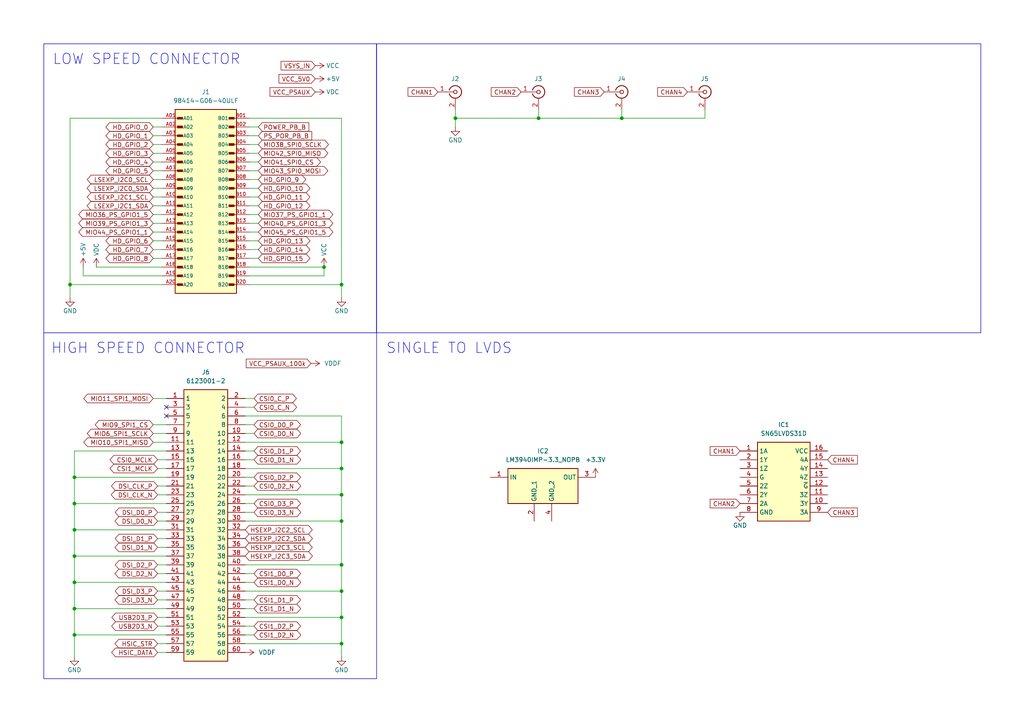
<source format=kicad_sch>
(kicad_sch (version 20230121) (generator eeschema)
  (paper "A4")
  (lib_symbols
    (symbol "6123001-2:6123001-2"
      (property "Reference" "J" (at 19.05 7.62 0))
      (property "Value" "6123001-2" (at 19.05 5.08 0))
      (symbol "6123001-2_1_1"
        (rectangle (start 5.08 2.54) (end 17.78 -76.2) (stroke (width 0.254)) (fill (type background)))
        (pin passive line (at 0 0 0) (length 5.08) (name "1") (number "1"))
        (pin passive line (at 22.86 -10.16 180) (length 5.08) (name "10") (number "10"))
        (pin passive line (at 0 -12.7 0) (length 5.08) (name "11") (number "11"))
        (pin passive line (at 22.86 -12.7 180) (length 5.08) (name "12") (number "12"))
        (pin passive line (at 0 -15.24 0) (length 5.08) (name "13") (number "13"))
        (pin passive line (at 22.86 -15.24 180) (length 5.08) (name "14") (number "14"))
        (pin passive line (at 0 -17.78 0) (length 5.08) (name "15") (number "15"))
        (pin passive line (at 22.86 -17.78 180) (length 5.08) (name "16") (number "16"))
        (pin passive line (at 0 -20.32 0) (length 5.08) (name "17") (number "17"))
        (pin passive line (at 22.86 -20.32 180) (length 5.08) (name "18") (number "18"))
        (pin passive line (at 0 -22.86 0) (length 5.08) (name "19") (number "19"))
        (pin passive line (at 22.86 0 180) (length 5.08) (name "2") (number "2"))
        (pin passive line (at 22.86 -22.86 180) (length 5.08) (name "20") (number "20"))
        (pin passive line (at 0 -25.4 0) (length 5.08) (name "21") (number "21"))
        (pin passive line (at 22.86 -25.4 180) (length 5.08) (name "22") (number "22"))
        (pin passive line (at 0 -27.94 0) (length 5.08) (name "23") (number "23"))
        (pin passive line (at 22.86 -27.94 180) (length 5.08) (name "24") (number "24"))
        (pin passive line (at 0 -30.48 0) (length 5.08) (name "25") (number "25"))
        (pin passive line (at 22.86 -30.48 180) (length 5.08) (name "26") (number "26"))
        (pin passive line (at 0 -33.02 0) (length 5.08) (name "27") (number "27"))
        (pin passive line (at 22.86 -33.02 180) (length 5.08) (name "28") (number "28"))
        (pin passive line (at 0 -35.56 0) (length 5.08) (name "29") (number "29"))
        (pin passive line (at 0 -2.54 0) (length 5.08) (name "3") (number "3"))
        (pin passive line (at 22.86 -35.56 180) (length 5.08) (name "30") (number "30"))
        (pin passive line (at 0 -38.1 0) (length 5.08) (name "31") (number "31"))
        (pin passive line (at 22.86 -38.1 180) (length 5.08) (name "32") (number "32"))
        (pin passive line (at 0 -40.64 0) (length 5.08) (name "33") (number "33"))
        (pin passive line (at 22.86 -40.64 180) (length 5.08) (name "34") (number "34"))
        (pin passive line (at 0 -43.18 0) (length 5.08) (name "35") (number "35"))
        (pin passive line (at 22.86 -43.18 180) (length 5.08) (name "36") (number "36"))
        (pin passive line (at 0 -45.72 0) (length 5.08) (name "37") (number "37"))
        (pin passive line (at 22.86 -45.72 180) (length 5.08) (name "38") (number "38"))
        (pin passive line (at 0 -48.26 0) (length 5.08) (name "39") (number "39"))
        (pin passive line (at 22.86 -2.54 180) (length 5.08) (name "4") (number "4"))
        (pin passive line (at 22.86 -48.26 180) (length 5.08) (name "40") (number "40"))
        (pin passive line (at 0 -50.8 0) (length 5.08) (name "41") (number "41"))
        (pin passive line (at 22.86 -50.8 180) (length 5.08) (name "42") (number "42"))
        (pin passive line (at 0 -53.34 0) (length 5.08) (name "43") (number "43"))
        (pin passive line (at 22.86 -53.34 180) (length 5.08) (name "44") (number "44"))
        (pin passive line (at 0 -55.88 0) (length 5.08) (name "45") (number "45"))
        (pin passive line (at 22.86 -55.88 180) (length 5.08) (name "46") (number "46"))
        (pin passive line (at 0 -58.42 0) (length 5.08) (name "47") (number "47"))
        (pin passive line (at 22.86 -58.42 180) (length 5.08) (name "48") (number "48"))
        (pin passive line (at 0 -60.96 0) (length 5.08) (name "49") (number "49"))
        (pin passive line (at 0 -5.08 0) (length 5.08) (name "5") (number "5"))
        (pin passive line (at 22.86 -60.96 180) (length 5.08) (name "50") (number "50"))
        (pin passive line (at 0 -63.5 0) (length 5.08) (name "51") (number "51"))
        (pin passive line (at 22.86 -63.5 180) (length 5.08) (name "52") (number "52"))
        (pin passive line (at 0 -66.04 0) (length 5.08) (name "53") (number "53"))
        (pin passive line (at 22.86 -66.04 180) (length 5.08) (name "54") (number "54"))
        (pin passive line (at 0 -68.58 0) (length 5.08) (name "55") (number "55"))
        (pin passive line (at 22.86 -68.58 180) (length 5.08) (name "56") (number "56"))
        (pin passive line (at 0 -71.12 0) (length 5.08) (name "57") (number "57"))
        (pin passive line (at 22.86 -71.12 180) (length 5.08) (name "58") (number "58"))
        (pin passive line (at 0 -73.66 0) (length 5.08) (name "59") (number "59"))
        (pin passive line (at 22.86 -5.08 180) (length 5.08) (name "6") (number "6"))
        (pin passive line (at 22.86 -73.66 180) (length 5.08) (name "60") (number "60"))
        (pin passive line (at 0 -7.62 0) (length 5.08) (name "7") (number "7"))
        (pin passive line (at 22.86 -7.62 180) (length 5.08) (name "8") (number "8"))
        (pin passive line (at 0 -10.16 0) (length 5.08) (name "9") (number "9"))
      )
    )
    (symbol "98414-G06-40ULF:98414-G06-40ULF" (pin_names (offset 1.016))
      (property "Reference" "J" (at -7.62 25.781 0))
      (property "Value" "98414-G06-40ULF" (at -7.62 -30.48 0))
      (symbol "98414-G06-40ULF_0_0"
        (rectangle (start -8.89 -27.94) (end 8.89 25.4) (stroke (width 0.254)) (fill (type background)))
        (rectangle (start -8.255 -25.7175) (end -6.6675 -25.0825) (stroke (width 0.1)) (fill (type outline)))
        (rectangle (start -8.255 -23.1775) (end -6.6675 -22.5425) (stroke (width 0.1)) (fill (type outline)))
        (rectangle (start -8.255 -20.6375) (end -6.6675 -20.0025) (stroke (width 0.1)) (fill (type outline)))
        (rectangle (start -8.255 -18.0975) (end -6.6675 -17.4625) (stroke (width 0.1)) (fill (type outline)))
        (rectangle (start -8.255 -15.5575) (end -6.6675 -14.9225) (stroke (width 0.1)) (fill (type outline)))
        (rectangle (start -8.255 -13.0175) (end -6.6675 -12.3825) (stroke (width 0.1)) (fill (type outline)))
        (rectangle (start -8.255 -10.4775) (end -6.6675 -9.8425) (stroke (width 0.1)) (fill (type outline)))
        (rectangle (start -8.255 -7.9375) (end -6.6675 -7.3025) (stroke (width 0.1)) (fill (type outline)))
        (rectangle (start -8.255 -5.3975) (end -6.6675 -4.7625) (stroke (width 0.1)) (fill (type outline)))
        (rectangle (start -8.255 -2.8575) (end -6.6675 -2.2225) (stroke (width 0.1)) (fill (type outline)))
        (rectangle (start -8.255 -0.3175) (end -6.6675 0.3175) (stroke (width 0.1)) (fill (type outline)))
        (rectangle (start -8.255 2.2225) (end -6.6675 2.8575) (stroke (width 0.1)) (fill (type outline)))
        (rectangle (start -8.255 4.7625) (end -6.6675 5.3975) (stroke (width 0.1)) (fill (type outline)))
        (rectangle (start -8.255 7.3025) (end -6.6675 7.9375) (stroke (width 0.1)) (fill (type outline)))
        (rectangle (start -8.255 9.8425) (end -6.6675 10.4775) (stroke (width 0.1)) (fill (type outline)))
        (rectangle (start -8.255 12.3825) (end -6.6675 13.0175) (stroke (width 0.1)) (fill (type outline)))
        (rectangle (start -8.255 14.9225) (end -6.6675 15.5575) (stroke (width 0.1)) (fill (type outline)))
        (rectangle (start -8.255 17.4625) (end -6.6675 18.0975) (stroke (width 0.1)) (fill (type outline)))
        (rectangle (start -8.255 20.0025) (end -6.6675 20.6375) (stroke (width 0.1)) (fill (type outline)))
        (rectangle (start -8.255 22.5425) (end -6.6675 23.1775) (stroke (width 0.1)) (fill (type outline)))
        (rectangle (start 6.6675 -25.7175) (end 8.255 -25.0825) (stroke (width 0.1)) (fill (type outline)))
        (rectangle (start 6.6675 -23.1775) (end 8.255 -22.5425) (stroke (width 0.1)) (fill (type outline)))
        (rectangle (start 6.6675 -20.6375) (end 8.255 -20.0025) (stroke (width 0.1)) (fill (type outline)))
        (rectangle (start 6.6675 -18.0975) (end 8.255 -17.4625) (stroke (width 0.1)) (fill (type outline)))
        (rectangle (start 6.6675 -15.5575) (end 8.255 -14.9225) (stroke (width 0.1)) (fill (type outline)))
        (rectangle (start 6.6675 -13.0175) (end 8.255 -12.3825) (stroke (width 0.1)) (fill (type outline)))
        (rectangle (start 6.6675 -10.4775) (end 8.255 -9.8425) (stroke (width 0.1)) (fill (type outline)))
        (rectangle (start 6.6675 -7.9375) (end 8.255 -7.3025) (stroke (width 0.1)) (fill (type outline)))
        (rectangle (start 6.6675 -5.3975) (end 8.255 -4.7625) (stroke (width 0.1)) (fill (type outline)))
        (rectangle (start 6.6675 -2.8575) (end 8.255 -2.2225) (stroke (width 0.1)) (fill (type outline)))
        (rectangle (start 6.6675 -0.3175) (end 8.255 0.3175) (stroke (width 0.1)) (fill (type outline)))
        (rectangle (start 6.6675 2.2225) (end 8.255 2.8575) (stroke (width 0.1)) (fill (type outline)))
        (rectangle (start 6.6675 4.7625) (end 8.255 5.3975) (stroke (width 0.1)) (fill (type outline)))
        (rectangle (start 6.6675 7.3025) (end 8.255 7.9375) (stroke (width 0.1)) (fill (type outline)))
        (rectangle (start 6.6675 9.8425) (end 8.255 10.4775) (stroke (width 0.1)) (fill (type outline)))
        (rectangle (start 6.6675 12.3825) (end 8.255 13.0175) (stroke (width 0.1)) (fill (type outline)))
        (rectangle (start 6.6675 14.9225) (end 8.255 15.5575) (stroke (width 0.1)) (fill (type outline)))
        (rectangle (start 6.6675 17.4625) (end 8.255 18.0975) (stroke (width 0.1)) (fill (type outline)))
        (rectangle (start 6.6675 20.0025) (end 8.255 20.6375) (stroke (width 0.1)) (fill (type outline)))
        (rectangle (start 6.6675 22.5425) (end 8.255 23.1775) (stroke (width 0.1)) (fill (type outline)))
        (pin passive line (at -12.7 22.86 0) (length 5.08) (name "A01") (number "A01"))
        (pin passive line (at -12.7 20.32 0) (length 5.08) (name "A02") (number "A02"))
        (pin passive line (at -12.7 17.78 0) (length 5.08) (name "A03") (number "A03"))
        (pin passive line (at -12.7 15.24 0) (length 5.08) (name "A04") (number "A04"))
        (pin passive line (at -12.7 12.7 0) (length 5.08) (name "A05") (number "A05"))
        (pin passive line (at -12.7 10.16 0) (length 5.08) (name "A06") (number "A06"))
        (pin passive line (at -12.7 7.62 0) (length 5.08) (name "A07") (number "A07"))
        (pin passive line (at -12.7 5.08 0) (length 5.08) (name "A08") (number "A08"))
        (pin passive line (at -12.7 2.54 0) (length 5.08) (name "A09") (number "A09"))
        (pin passive line (at -12.7 0 0) (length 5.08) (name "A10") (number "A10"))
        (pin passive line (at -12.7 -2.54 0) (length 5.08) (name "A11") (number "A11"))
        (pin passive line (at -12.7 -5.08 0) (length 5.08) (name "A12") (number "A12"))
        (pin passive line (at -12.7 -7.62 0) (length 5.08) (name "A13") (number "A13"))
        (pin passive line (at -12.7 -10.16 0) (length 5.08) (name "A14") (number "A14"))
        (pin passive line (at -12.7 -12.7 0) (length 5.08) (name "A15") (number "A15"))
        (pin passive line (at -12.7 -15.24 0) (length 5.08) (name "A16") (number "A16"))
        (pin passive line (at -12.7 -17.78 0) (length 5.08) (name "A17") (number "A17"))
        (pin passive line (at -12.7 -20.32 0) (length 5.08) (name "A18") (number "A18"))
        (pin passive line (at -12.7 -22.86 0) (length 5.08) (name "A19") (number "A19"))
        (pin passive line (at -12.7 -25.4 0) (length 5.08) (name "A20") (number "A20"))
        (pin passive line (at 12.7 22.86 180) (length 5.08) (name "B01") (number "B01"))
        (pin passive line (at 12.7 20.32 180) (length 5.08) (name "B02") (number "B02"))
        (pin passive line (at 12.7 17.78 180) (length 5.08) (name "B03") (number "B03"))
        (pin passive line (at 12.7 15.24 180) (length 5.08) (name "B04") (number "B04"))
        (pin passive line (at 12.7 12.7 180) (length 5.08) (name "B05") (number "B05"))
        (pin passive line (at 12.7 10.16 180) (length 5.08) (name "B06") (number "B06"))
        (pin passive line (at 12.7 7.62 180) (length 5.08) (name "B07") (number "B07"))
        (pin passive line (at 12.7 5.08 180) (length 5.08) (name "B08") (number "B08"))
        (pin passive line (at 12.7 2.54 180) (length 5.08) (name "B09") (number "B09"))
        (pin passive line (at 12.7 0 180) (length 5.08) (name "B10") (number "B10"))
        (pin passive line (at 12.7 -2.54 180) (length 5.08) (name "B11") (number "B11"))
        (pin passive line (at 12.7 -5.08 180) (length 5.08) (name "B12") (number "B12"))
        (pin passive line (at 12.7 -7.62 180) (length 5.08) (name "B13") (number "B13"))
        (pin passive line (at 12.7 -10.16 180) (length 5.08) (name "B14") (number "B14"))
        (pin passive line (at 12.7 -12.7 180) (length 5.08) (name "B15") (number "B15"))
        (pin passive line (at 12.7 -15.24 180) (length 5.08) (name "B16") (number "B16"))
        (pin passive line (at 12.7 -17.78 180) (length 5.08) (name "B17") (number "B17"))
        (pin passive line (at 12.7 -20.32 180) (length 5.08) (name "B18") (number "B18"))
        (pin passive line (at 12.7 -22.86 180) (length 5.08) (name "B19") (number "B19"))
        (pin passive line (at 12.7 -25.4 180) (length 5.08) (name "B20") (number "B20"))
      )
    )
    (symbol "Connector:Conn_Coaxial" (pin_names (offset 1.016) hide)
      (property "Reference" "J" (at 0.254 3.048 0))
      (property "Value" "Conn_Coaxial" (at 2.921 0 90))
      (symbol "Conn_Coaxial_0_1"
        (arc (start -1.778 -0.508) (mid 0.2311 -1.8066) (end 1.778 0) (stroke (width 0.254)))
        (polyline (pts (xy -2.54 0) (xy -0.508 0)))
        (polyline (pts (xy 0 -2.54) (xy 0 -1.778)))
        (circle (center 0 0) (radius 0.508) (stroke (width 0.2032)))
        (arc (start 1.778 0) (mid 0.2099 1.8101) (end -1.778 0.508) (stroke (width 0.254)))
      )
      (symbol "Conn_Coaxial_1_1"
        (pin passive line (at -5.08 0 0) (length 2.54) (name "In") (number "1"))
        (pin passive line (at 0 -5.08 90) (length 2.54) (name "Ext") (number "2"))
      )
    )
    (symbol "LM3940IMP-3_3_NOPB:LM3940IMP-3.3_NOPB"
      (property "Reference" "IC2" (at 15.24 7.62 0))
      (property "Value" "LM3940IMP-3.3_NOPB" (at 15.24 5.08 0))
      (symbol "LM3940IMP-3.3_NOPB_1_1"
        (rectangle (start 5.08 2.54) (end 25.4 -7.62) (stroke (width 0.254)) (fill (type background)))
        (pin passive line (at 0 0 0) (length 5.08) (name "IN") (number "1"))
        (pin passive line (at 12.7 -12.7 90) (length 5.08) (name "GND_1") (number "2"))
        (pin passive line (at 30.48 0 180) (length 5.08) (name "OUT") (number "3"))
        (pin passive line (at 17.78 -12.7 90) (length 5.08) (name "GND_2") (number "4"))
      )
    )
    (symbol "SN65LVDS31D:SN65LVDS31D"
      (property "Reference" "IC" (at 21.59 7.62 0))
      (property "Value" "SN65LVDS31D" (at 21.59 5.08 0))
      (symbol "SN65LVDS31D_1_1"
        (rectangle (start 5.08 2.54) (end 20.32 -20.32) (stroke (width 0.254)) (fill (type background)))
        (pin passive line (at 0 0 0) (length 5.08) (name "1A") (number "1"))
        (pin passive line (at 25.4 -15.24 180) (length 5.08) (name "3Y") (number "10"))
        (pin passive line (at 25.4 -12.7 180) (length 5.08) (name "3Z") (number "11"))
        (pin passive line (at 25.4 -10.16 180) (length 5.08) (name "~{G}") (number "12"))
        (pin passive line (at 25.4 -7.62 180) (length 5.08) (name "4Z") (number "13"))
        (pin passive line (at 25.4 -5.08 180) (length 5.08) (name "4Y") (number "14"))
        (pin passive line (at 25.4 -2.54 180) (length 5.08) (name "4A") (number "15"))
        (pin passive line (at 25.4 0 180) (length 5.08) (name "VCC") (number "16"))
        (pin passive line (at 0 -2.54 0) (length 5.08) (name "1Y") (number "2"))
        (pin passive line (at 0 -5.08 0) (length 5.08) (name "1Z") (number "3"))
        (pin passive line (at 0 -7.62 0) (length 5.08) (name "G") (number "4"))
        (pin passive line (at 0 -10.16 0) (length 5.08) (name "2Z") (number "5"))
        (pin passive line (at 0 -12.7 0) (length 5.08) (name "2Y") (number "6"))
        (pin passive line (at 0 -15.24 0) (length 5.08) (name "2A") (number "7"))
        (pin passive line (at 0 -17.78 0) (length 5.08) (name "GND") (number "8"))
        (pin passive line (at 25.4 -17.78 180) (length 5.08) (name "3A") (number "9"))
      )
    )
    (symbol "power:+3.3V" (power) (pin_names (offset 0))
      (property "Value" "+3.3V" (at 0 3.556 0))
      (symbol "+3.3V_0_1"
        (polyline (pts (xy -0.762 1.27) (xy 0 2.54)))
        (polyline (pts (xy 0 0) (xy 0 2.54)))
        (polyline (pts (xy 0 2.54) (xy 0.762 1.27)))
      )
      (symbol "+3.3V_1_1"
        (pin power_in line (at 0 0 90) (length 0) hide (name "+3.3V") (number "1"))
      )
    )
    (symbol "power:+5V" (power) (pin_names (offset 0))
      (property "Value" "+5V" (at 0 3.556 0))
      (symbol "+5V_0_1"
        (polyline (pts (xy -0.762 1.27) (xy 0 2.54)))
        (polyline (pts (xy 0 0) (xy 0 2.54)))
        (polyline (pts (xy 0 2.54) (xy 0.762 1.27)))
      )
      (symbol "+5V_1_1"
        (pin power_in line (at 0 0 90) (length 0) hide (name "+5V") (number "1"))
      )
    )
    (symbol "power:GND" (power) (pin_names (offset 0))
      (property "Value" "GND" (at 0 -3.81 0))
      (symbol "GND_0_1"
        (polyline (pts (xy 0 0) (xy 0 -1.27) (xy 1.27 -1.27) (xy 0 -2.54) (xy -1.27 -1.27) (xy 0 -1.27)))
      )
      (symbol "GND_1_1"
        (pin power_in line (at 0 0 270) (length 0) hide (name "GND") (number "1"))
      )
    )
    (symbol "power:VCC" (power) (pin_names (offset 0))
      (property "Value" "VCC" (at 0 3.81 0))
      (symbol "VCC_0_1"
        (polyline (pts (xy -0.762 1.27) (xy 0 2.54)))
        (polyline (pts (xy 0 0) (xy 0 2.54)))
        (polyline (pts (xy 0 2.54) (xy 0.762 1.27)))
      )
      (symbol "VCC_1_1"
        (pin power_in line (at 0 0 90) (length 0) hide (name "VCC") (number "1"))
      )
    )
    (symbol "power:VDC" (power) (pin_names (offset 0))
      (property "Value" "VDC" (at 0 6.35 0))
      (symbol "VDC_0_1"
        (polyline (pts (xy -0.762 1.27) (xy 0 2.54)))
        (polyline (pts (xy 0 0) (xy 0 2.54)))
        (polyline (pts (xy 0 2.54) (xy 0.762 1.27)))
      )
      (symbol "VDC_1_1"
        (pin power_in line (at 0 0 90) (length 0) hide (name "VDC") (number "1"))
      )
    )
    (symbol "power:VDDF" (power) (pin_names (offset 0))
      (property "Value" "VDDF" (at 0 3.81 0))
      (symbol "VDDF_0_1"
        (polyline (pts (xy -0.762 1.27) (xy 0 2.54)))
        (polyline (pts (xy 0 0) (xy 0 2.54)))
        (polyline (pts (xy 0 2.54) (xy 0.762 1.27)))
      )
      (symbol "VDDF_1_1"
        (pin power_in line (at 0 0 90) (length 0) hide (name "VDDF") (number "1"))
      )
    )
  )
  (junction (at 99.06 171.45))
  (junction (at 99.06 179.07))
  (junction (at 21.59 146.05))
  (junction (at 21.59 153.67))
  (junction (at 99.06 163.83))
  (junction (at 93.98 77.47))
  (junction (at 99.06 135.89))
  (junction (at 99.06 82.55))
  (junction (at 99.06 186.69))
  (junction (at 99.06 128.27))
  (junction (at 132.08 34.29))
  (junction (at 180.34 34.29))
  (junction (at 21.59 138.43))
  (junction (at 21.59 176.53))
  (junction (at 20.32 82.55))
  (junction (at 99.06 143.51))
  (junction (at 21.59 161.29))
  (junction (at 21.59 184.15))
  (junction (at 99.06 151.13))
  (junction (at 156.21 34.29))
  (junction (at 21.59 168.91))
  (no_connect (at 48.26 118.11))
  (no_connect (at 48.26 120.65))
  (wire (pts (xy 21.59 161.29) (xy 21.59 168.91)))
  (wire (pts (xy 132.08 34.29) (xy 132.08 36.83)))
  (wire (pts (xy 72.39 49.53) (xy 74.93 49.53)))
  (wire (pts (xy 45.72 143.51) (xy 48.26 143.51)))
  (wire (pts (xy 71.12 143.51) (xy 99.06 143.51)))
  (wire (pts (xy 72.39 62.23) (xy 74.93 62.23)))
  (wire (pts (xy 73.66 115.57) (xy 71.12 115.57)))
  (wire (pts (xy 74.93 67.31) (xy 72.39 67.31)))
  (wire (pts (xy 99.06 82.55) (xy 99.06 86.36)))
  (wire (pts (xy 72.39 72.39) (xy 74.93 72.39)))
  (wire (pts (xy 44.45 46.99) (xy 46.99 46.99)))
  (wire (pts (xy 72.39 69.85) (xy 74.93 69.85)))
  (wire (pts (xy 48.26 138.43) (xy 21.59 138.43)))
  (wire (pts (xy 99.06 143.51) (xy 99.06 151.13)))
  (wire (pts (xy 71.12 151.13) (xy 99.06 151.13)))
  (wire (pts (xy 71.12 125.73) (xy 73.66 125.73)))
  (wire (pts (xy 44.45 39.37) (xy 46.99 39.37)))
  (wire (pts (xy 71.12 179.07) (xy 99.06 179.07)))
  (wire (pts (xy 21.59 138.43) (xy 21.59 146.05)))
  (wire (pts (xy 73.66 181.61) (xy 71.12 181.61)))
  (wire (pts (xy 44.45 54.61) (xy 46.99 54.61)))
  (wire (pts (xy 27.94 77.47) (xy 46.99 77.47)))
  (wire (pts (xy 73.66 146.05) (xy 71.12 146.05)))
  (wire (pts (xy 72.39 39.37) (xy 74.93 39.37)))
  (wire (pts (xy 48.26 153.67) (xy 21.59 153.67)))
  (wire (pts (xy 24.13 77.47) (xy 24.13 80.01)))
  (wire (pts (xy 71.12 168.91) (xy 73.66 168.91)))
  (wire (pts (xy 99.06 186.69) (xy 99.06 190.5)))
  (wire (pts (xy 48.26 176.53) (xy 21.59 176.53)))
  (wire (pts (xy 180.34 34.29) (xy 156.21 34.29)))
  (wire (pts (xy 44.45 128.27) (xy 48.26 128.27)))
  (wire (pts (xy 48.26 140.97) (xy 45.72 140.97)))
  (wire (pts (xy 72.39 80.01) (xy 93.98 80.01)))
  (wire (pts (xy 48.26 156.21) (xy 45.72 156.21)))
  (wire (pts (xy 72.39 82.55) (xy 99.06 82.55)))
  (wire (pts (xy 20.32 34.29) (xy 20.32 82.55)))
  (wire (pts (xy 73.66 173.99) (xy 71.12 173.99)))
  (wire (pts (xy 45.72 158.75) (xy 48.26 158.75)))
  (wire (pts (xy 44.45 125.73) (xy 48.26 125.73)))
  (wire (pts (xy 71.12 140.97) (xy 73.66 140.97)))
  (wire (pts (xy 93.98 80.01) (xy 93.98 77.47)))
  (wire (pts (xy 71.12 133.35) (xy 73.66 133.35)))
  (wire (pts (xy 44.45 36.83) (xy 46.99 36.83)))
  (wire (pts (xy 44.45 123.19) (xy 48.26 123.19)))
  (wire (pts (xy 99.06 151.13) (xy 99.06 163.83)))
  (wire (pts (xy 21.59 184.15) (xy 21.59 190.5)))
  (wire (pts (xy 73.66 130.81) (xy 71.12 130.81)))
  (wire (pts (xy 74.93 57.15) (xy 72.39 57.15)))
  (wire (pts (xy 48.26 148.59) (xy 45.72 148.59)))
  (wire (pts (xy 74.93 52.07) (xy 72.39 52.07)))
  (wire (pts (xy 44.45 115.57) (xy 48.26 115.57)))
  (wire (pts (xy 44.45 49.53) (xy 46.99 49.53)))
  (wire (pts (xy 20.32 82.55) (xy 20.32 86.36)))
  (wire (pts (xy 45.72 181.61) (xy 48.26 181.61)))
  (wire (pts (xy 72.39 41.91) (xy 74.93 41.91)))
  (wire (pts (xy 48.26 184.15) (xy 21.59 184.15)))
  (wire (pts (xy 72.39 77.47) (xy 93.98 77.47)))
  (wire (pts (xy 45.72 151.13) (xy 48.26 151.13)))
  (wire (pts (xy 73.66 123.19) (xy 71.12 123.19)))
  (wire (pts (xy 21.59 168.91) (xy 21.59 176.53)))
  (wire (pts (xy 74.93 54.61) (xy 72.39 54.61)))
  (wire (pts (xy 48.26 161.29) (xy 21.59 161.29)))
  (wire (pts (xy 71.12 184.15) (xy 73.66 184.15)))
  (wire (pts (xy 72.39 46.99) (xy 74.93 46.99)))
  (wire (pts (xy 46.99 72.39) (xy 44.45 72.39)))
  (wire (pts (xy 99.06 34.29) (xy 99.06 82.55)))
  (wire (pts (xy 44.45 44.45) (xy 46.99 44.45)))
  (wire (pts (xy 44.45 62.23) (xy 46.99 62.23)))
  (wire (pts (xy 99.06 171.45) (xy 99.06 179.07)))
  (wire (pts (xy 71.12 148.59) (xy 73.66 148.59)))
  (wire (pts (xy 48.26 130.81) (xy 21.59 130.81)))
  (wire (pts (xy 46.99 74.93) (xy 44.45 74.93)))
  (wire (pts (xy 44.45 59.69) (xy 46.99 59.69)))
  (wire (pts (xy 45.72 173.99) (xy 48.26 173.99)))
  (wire (pts (xy 20.32 82.55) (xy 46.99 82.55)))
  (wire (pts (xy 99.06 135.89) (xy 99.06 143.51)))
  (wire (pts (xy 74.93 59.69) (xy 72.39 59.69)))
  (wire (pts (xy 48.26 171.45) (xy 45.72 171.45)))
  (wire (pts (xy 45.72 166.37) (xy 48.26 166.37)))
  (wire (pts (xy 99.06 120.65) (xy 99.06 128.27)))
  (wire (pts (xy 204.47 34.29) (xy 204.47 31.75)))
  (wire (pts (xy 99.06 128.27) (xy 99.06 135.89)))
  (wire (pts (xy 21.59 130.81) (xy 21.59 138.43)))
  (wire (pts (xy 71.12 120.65) (xy 99.06 120.65)))
  (wire (pts (xy 72.39 44.45) (xy 74.93 44.45)))
  (wire (pts (xy 99.06 179.07) (xy 99.06 186.69)))
  (wire (pts (xy 46.99 34.29) (xy 20.32 34.29)))
  (wire (pts (xy 44.45 52.07) (xy 46.99 52.07)))
  (wire (pts (xy 46.99 67.31) (xy 44.45 67.31)))
  (wire (pts (xy 73.66 138.43) (xy 71.12 138.43)))
  (wire (pts (xy 72.39 34.29) (xy 99.06 34.29)))
  (wire (pts (xy 156.21 34.29) (xy 156.21 31.75)))
  (wire (pts (xy 156.21 34.29) (xy 132.08 34.29)))
  (wire (pts (xy 48.26 179.07) (xy 45.72 179.07)))
  (wire (pts (xy 71.12 186.69) (xy 99.06 186.69)))
  (wire (pts (xy 72.39 74.93) (xy 74.93 74.93)))
  (wire (pts (xy 44.45 57.15) (xy 46.99 57.15)))
  (wire (pts (xy 71.12 128.27) (xy 99.06 128.27)))
  (wire (pts (xy 46.99 69.85) (xy 44.45 69.85)))
  (wire (pts (xy 24.13 80.01) (xy 46.99 80.01)))
  (wire (pts (xy 48.26 133.35) (xy 45.72 133.35)))
  (wire (pts (xy 21.59 146.05) (xy 21.59 153.67)))
  (wire (pts (xy 71.12 135.89) (xy 99.06 135.89)))
  (wire (pts (xy 71.12 176.53) (xy 73.66 176.53)))
  (wire (pts (xy 21.59 153.67) (xy 21.59 161.29)))
  (wire (pts (xy 72.39 36.83) (xy 74.93 36.83)))
  (wire (pts (xy 73.66 166.37) (xy 71.12 166.37)))
  (wire (pts (xy 46.99 64.77) (xy 44.45 64.77)))
  (wire (pts (xy 71.12 118.11) (xy 73.66 118.11)))
  (wire (pts (xy 45.72 135.89) (xy 48.26 135.89)))
  (wire (pts (xy 71.12 163.83) (xy 99.06 163.83)))
  (wire (pts (xy 48.26 146.05) (xy 21.59 146.05)))
  (wire (pts (xy 48.26 163.83) (xy 45.72 163.83)))
  (wire (pts (xy 132.08 34.29) (xy 132.08 31.75)))
  (wire (pts (xy 21.59 176.53) (xy 21.59 184.15)))
  (wire (pts (xy 48.26 186.69) (xy 45.72 186.69)))
  (wire (pts (xy 48.26 168.91) (xy 21.59 168.91)))
  (wire (pts (xy 99.06 163.83) (xy 99.06 171.45)))
  (wire (pts (xy 204.47 34.29) (xy 180.34 34.29)))
  (wire (pts (xy 180.34 34.29) (xy 180.34 31.75)))
  (wire (pts (xy 71.12 171.45) (xy 99.06 171.45)))
  (wire (pts (xy 44.45 41.91) (xy 46.99 41.91)))
  (wire (pts (xy 72.39 64.77) (xy 74.93 64.77)))
  (wire (pts (xy 45.72 189.23) (xy 48.26 189.23)))
  (rectangle (start 12.7 96.52) (end 109.22 196.85))
  (rectangle (start 12.7 12.7) (end 109.22 96.52))
  (rectangle (start 109.22 12.7) (end 284.48 96.52))
  (text "SINGLE TO LVDS" (at 148.59 102.87 0) (effects (font (size 3 3)) (justify right bottom)))
  (text "HIGH SPEED CONNECTOR" (at 71.12 102.87 0) (effects (font (size 3 3)) (justify right bottom)))
  (text "LOW SPEED CONNECTOR" (at 69.85 19.05 0) (effects (font (size 3 3)) (justify right bottom)))
  (global_label "CSI0_C_N" (shape bidirectional) (at 73.66 118.11 0) (property "Intersheetrefs" "${INTERSHEET_REFS}" (effects hide)))
  (global_label "CSI0_D3_P" (shape bidirectional) (at 73.66 146.05 0) (property "Intersheetrefs" "${INTERSHEET_REFS}" (effects hide)))
  (global_label "DSI_CLK_N" (shape bidirectional) (at 45.72 143.51 180) (property "Intersheetrefs" "${INTERSHEET_REFS}" (effects hide)))
  (global_label "CSI0_D2_N" (shape bidirectional) (at 73.66 140.97 0) (property "Intersheetrefs" "${INTERSHEET_REFS}" (effects hide)))
  (global_label "CHAN1" (shape input) (at 214.63 130.81 180) (property "Intersheetrefs" "${INTERSHEET_REFS}" (effects hide)))
  (global_label "LSEXP_I2C1_SDA" (shape bidirectional) (at 44.45 59.69 180) (property "Intersheetrefs" "${INTERSHEET_REFS}" (effects hide)))
  (global_label "HD_GPIO_9" (shape bidirectional) (at 74.93 52.07 0) (property "Intersheetrefs" "${INTERSHEET_REFS}" (effects hide)))
  (global_label "HD_GPIO_7" (shape bidirectional) (at 44.45 72.39 180) (property "Intersheetrefs" "${INTERSHEET_REFS}" (effects hide)))
  (global_label "USB2D3_P" (shape bidirectional) (at 45.72 179.07 180) (property "Intersheetrefs" "${INTERSHEET_REFS}" (effects hide)))
  (global_label "HD_GPIO_12" (shape bidirectional) (at 74.93 59.69 0) (property "Intersheetrefs" "${INTERSHEET_REFS}" (effects hide)))
  (global_label "MIO37_PS_GPIO1_1" (shape bidirectional) (at 74.93 62.23 0) (property "Intersheetrefs" "${INTERSHEET_REFS}" (effects hide)))
  (global_label "VCC_5V0" (shape input) (at 91.44 22.86 180) (property "Intersheetrefs" "${INTERSHEET_REFS}" (effects hide)))
  (global_label "HD_GPIO_6" (shape bidirectional) (at 44.45 69.85 180) (property "Intersheetrefs" "${INTERSHEET_REFS}" (effects hide)))
  (global_label "CSI1_D0_N" (shape bidirectional) (at 73.66 168.91 0) (property "Intersheetrefs" "${INTERSHEET_REFS}" (effects hide)))
  (global_label "CSI1_D2_P" (shape bidirectional) (at 73.66 181.61 0) (property "Intersheetrefs" "${INTERSHEET_REFS}" (effects hide)))
  (global_label "HD_GPIO_8" (shape bidirectional) (at 44.45 74.93 180) (property "Intersheetrefs" "${INTERSHEET_REFS}" (effects hide)))
  (global_label "DSI_D3_N" (shape bidirectional) (at 45.72 173.99 180) (property "Intersheetrefs" "${INTERSHEET_REFS}" (effects hide)))
  (global_label "MIO44_PS_GPIO1_1" (shape bidirectional) (at 44.45 67.31 180) (property "Intersheetrefs" "${INTERSHEET_REFS}" (effects hide)))
  (global_label "HD_GPIO_13" (shape bidirectional) (at 74.93 69.85 0) (property "Intersheetrefs" "${INTERSHEET_REFS}" (effects hide)))
  (global_label "CHAN2" (shape input) (at 214.63 146.05 180) (property "Intersheetrefs" "${INTERSHEET_REFS}" (effects hide)))
  (global_label "POWER_PB_B" (shape input) (at 74.93 36.83 0) (property "Intersheetrefs" "${INTERSHEET_REFS}" (effects hide)))
  (global_label "MIO36_PS_GPIO1_5" (shape bidirectional) (at 44.45 62.23 180) (property "Intersheetrefs" "${INTERSHEET_REFS}" (effects hide)))
  (global_label "CHAN4" (shape input) (at 199.39 26.67 180) (property "Intersheetrefs" "${INTERSHEET_REFS}" (effects hide)))
  (global_label "LSEXP_I2C1_SCL" (shape bidirectional) (at 44.45 57.15 180) (property "Intersheetrefs" "${INTERSHEET_REFS}" (effects hide)))
  (global_label "HSEXP_I2C2_SDA" (shape bidirectional) (at 71.12 156.21 0) (property "Intersheetrefs" "${INTERSHEET_REFS}" (effects hide)))
  (global_label "LSEXP_I2C0_SCL" (shape bidirectional) (at 44.45 52.07 180) (property "Intersheetrefs" "${INTERSHEET_REFS}" (effects hide)))
  (global_label "MIO9_SPI1_CS" (shape bidirectional) (at 44.45 123.19 180) (property "Intersheetrefs" "${INTERSHEET_REFS}" (effects hide)))
  (global_label "CHAN4" (shape input) (at 240.03 133.35 0) (property "Intersheetrefs" "${INTERSHEET_REFS}" (effects hide)))
  (global_label "CSI0_D1_P" (shape bidirectional) (at 73.66 130.81 0) (property "Intersheetrefs" "${INTERSHEET_REFS}" (effects hide)))
  (global_label "DSI_D3_P" (shape bidirectional) (at 45.72 171.45 180) (property "Intersheetrefs" "${INTERSHEET_REFS}" (effects hide)))
  (global_label "PS_POR_PB_B" (shape input) (at 74.93 39.37 0) (property "Intersheetrefs" "${INTERSHEET_REFS}" (effects hide)))
  (global_label "DSI_D0_N" (shape bidirectional) (at 45.72 151.13 180) (property "Intersheetrefs" "${INTERSHEET_REFS}" (effects hide)))
  (global_label "DSI_D1_N" (shape bidirectional) (at 45.72 158.75 180) (property "Intersheetrefs" "${INTERSHEET_REFS}" (effects hide)))
  (global_label "HD_GPIO_5" (shape bidirectional) (at 44.45 49.53 180) (property "Intersheetrefs" "${INTERSHEET_REFS}" (effects hide)))
  (global_label "HD_GPIO_15" (shape bidirectional) (at 74.93 74.93 0) (property "Intersheetrefs" "${INTERSHEET_REFS}" (effects hide)))
  (global_label "MIO38_SPI0_SCLK" (shape bidirectional) (at 74.93 41.91 0) (property "Intersheetrefs" "${INTERSHEET_REFS}" (effects hide)))
  (global_label "CHAN3" (shape input) (at 175.26 26.67 180) (property "Intersheetrefs" "${INTERSHEET_REFS}" (effects hide)))
  (global_label "HSIC_STR" (shape bidirectional) (at 45.72 186.69 180) (property "Intersheetrefs" "${INTERSHEET_REFS}" (effects hide)))
  (global_label "CSI0_MCLK" (shape bidirectional) (at 45.72 133.35 180) (property "Intersheetrefs" "${INTERSHEET_REFS}" (effects hide)))
  (global_label "CHAN2" (shape input) (at 151.13 26.67 180) (property "Intersheetrefs" "${INTERSHEET_REFS}" (effects hide)))
  (global_label "MIO41_SPI0_CS" (shape bidirectional) (at 74.93 46.99 0) (property "Intersheetrefs" "${INTERSHEET_REFS}" (effects hide)))
  (global_label "HSEXP_I2C3_SCL" (shape bidirectional) (at 71.12 158.75 0) (property "Intersheetrefs" "${INTERSHEET_REFS}" (effects hide)))
  (global_label "CSI0_D2_P" (shape bidirectional) (at 73.66 138.43 0) (property "Intersheetrefs" "${INTERSHEET_REFS}" (effects hide)))
  (global_label "HD_GPIO_0" (shape bidirectional) (at 44.45 36.83 180) (property "Intersheetrefs" "${INTERSHEET_REFS}" (effects hide)))
  (global_label "CSI1_MCLK" (shape bidirectional) (at 45.72 135.89 180) (property "Intersheetrefs" "${INTERSHEET_REFS}" (effects hide)))
  (global_label "MIO45_PS_GPIO1_5" (shape bidirectional) (at 74.93 67.31 0) (property "Intersheetrefs" "${INTERSHEET_REFS}" (effects hide)))
  (global_label "HD_GPIO_4" (shape bidirectional) (at 44.45 46.99 180) (property "Intersheetrefs" "${INTERSHEET_REFS}" (effects hide)))
  (global_label "MIO40_PS_GPIO1_3" (shape bidirectional) (at 74.93 64.77 0) (property "Intersheetrefs" "${INTERSHEET_REFS}" (effects hide)))
  (global_label "CSI0_C_P" (shape bidirectional) (at 73.66 115.57 0) (property "Intersheetrefs" "${INTERSHEET_REFS}" (effects hide)))
  (global_label "DSI_D1_P" (shape bidirectional) (at 45.72 156.21 180) (property "Intersheetrefs" "${INTERSHEET_REFS}" (effects hide)))
  (global_label "HSEXP_I2C2_SCL" (shape bidirectional) (at 71.12 153.67 0) (property "Intersheetrefs" "${INTERSHEET_REFS}" (effects hide)))
  (global_label "MIO11_SPI1_MOSI" (shape bidirectional) (at 44.45 115.57 180) (property "Intersheetrefs" "${INTERSHEET_REFS}" (effects hide)))
  (global_label "LSEXP_I2C0_SDA" (shape bidirectional) (at 44.45 54.61 180) (property "Intersheetrefs" "${INTERSHEET_REFS}" (effects hide)))
  (global_label "CSI0_D0_P" (shape bidirectional) (at 73.66 123.19 0) (property "Intersheetrefs" "${INTERSHEET_REFS}" (effects hide)))
  (global_label "DSI_CLK_P" (shape bidirectional) (at 45.72 140.97 180) (property "Intersheetrefs" "${INTERSHEET_REFS}" (effects hide)))
  (global_label "DSI_D2_P" (shape bidirectional) (at 45.72 163.83 180) (property "Intersheetrefs" "${INTERSHEET_REFS}" (effects hide)))
  (global_label "CSI1_D2_N" (shape bidirectional) (at 73.66 184.15 0) (property "Intersheetrefs" "${INTERSHEET_REFS}" (effects hide)))
  (global_label "HD_GPIO_10" (shape bidirectional) (at 74.93 54.61 0) (property "Intersheetrefs" "${INTERSHEET_REFS}" (effects hide)))
  (global_label "CHAN3" (shape input) (at 240.03 148.59 0) (property "Intersheetrefs" "${INTERSHEET_REFS}" (effects hide)))
  (global_label "CSI0_D1_N" (shape bidirectional) (at 73.66 133.35 0) (property "Intersheetrefs" "${INTERSHEET_REFS}" (effects hide)))
  (global_label "CHAN1" (shape input) (at 127 26.67 180) (property "Intersheetrefs" "${INTERSHEET_REFS}" (effects hide)))
  (global_label "MIO39_PS_GPIO1_3" (shape bidirectional) (at 44.45 64.77 180) (property "Intersheetrefs" "${INTERSHEET_REFS}" (effects hide)))
  (global_label "MIO6_SPI1_SCLK" (shape bidirectional) (at 44.45 125.73 180) (property "Intersheetrefs" "${INTERSHEET_REFS}" (effects hide)))
  (global_label "USB2D3_N" (shape bidirectional) (at 45.72 181.61 180) (property "Intersheetrefs" "${INTERSHEET_REFS}" (effects hide)))
  (global_label "CSI0_D3_N" (shape bidirectional) (at 73.66 148.59 0) (property "Intersheetrefs" "${INTERSHEET_REFS}" (effects hide)))
  (global_label "HD_GPIO_3" (shape bidirectional) (at 44.45 44.45 180) (property "Intersheetrefs" "${INTERSHEET_REFS}" (effects hide)))
  (global_label "HD_GPIO_14" (shape bidirectional) (at 74.93 72.39 0) (property "Intersheetrefs" "${INTERSHEET_REFS}" (effects hide)))
  (global_label "CSI0_D0_N" (shape bidirectional) (at 73.66 125.73 0) (property "Intersheetrefs" "${INTERSHEET_REFS}" (effects hide)))
  (global_label "MIO42_SPI0_MISO" (shape bidirectional) (at 74.93 44.45 0) (property "Intersheetrefs" "${INTERSHEET_REFS}" (effects hide)))
  (global_label "VSYS_IN" (shape input) (at 91.44 19.05 180) (property "Intersheetrefs" "${INTERSHEET_REFS}" (effects hide)))
  (global_label "DSI_D2_N" (shape bidirectional) (at 45.72 166.37 180) (property "Intersheetrefs" "${INTERSHEET_REFS}" (effects hide)))
  (global_label "VCC_PSAUX_100k" (shape input) (at 90.17 105.41 180) (property "Intersheetrefs" "${INTERSHEET_REFS}" (effects hide)))
  (global_label "CSI1_D1_P" (shape bidirectional) (at 73.66 173.99 0) (property "Intersheetrefs" "${INTERSHEET_REFS}" (effects hide)))
  (global_label "CSI1_D0_P" (shape bidirectional) (at 73.66 166.37 0) (property "Intersheetrefs" "${INTERSHEET_REFS}" (effects hide)))
  (global_label "MIO10_SPI1_MISO" (shape bidirectional) (at 44.45 128.27 180) (property "Intersheetrefs" "${INTERSHEET_REFS}" (effects hide)))
  (global_label "MIO43_SPI0_MOSI" (shape bidirectional) (at 74.93 49.53 0) (property "Intersheetrefs" "${INTERSHEET_REFS}" (effects hide)))
  (global_label "HSIC_DATA" (shape bidirectional) (at 45.72 189.23 180) (property "Intersheetrefs" "${INTERSHEET_REFS}" (effects hide)))
  (global_label "DSI_D0_P" (shape bidirectional) (at 45.72 148.59 180) (property "Intersheetrefs" "${INTERSHEET_REFS}" (effects hide)))
  (global_label "HD_GPIO_1" (shape bidirectional) (at 44.45 39.37 180) (property "Intersheetrefs" "${INTERSHEET_REFS}" (effects hide)))
  (global_label "HD_GPIO_11" (shape bidirectional) (at 74.93 57.15 0) (property "Intersheetrefs" "${INTERSHEET_REFS}" (effects hide)))
  (global_label "CSI1_D1_N" (shape bidirectional) (at 73.66 176.53 0) (property "Intersheetrefs" "${INTERSHEET_REFS}" (effects hide)))
  (global_label "VCC_PSAUX" (shape input) (at 91.44 26.67 180) (property "Intersheetrefs" "${INTERSHEET_REFS}" (effects hide)))
  (global_label "HD_GPIO_2" (shape bidirectional) (at 44.45 41.91 180) (property "Intersheetrefs" "${INTERSHEET_REFS}" (effects hide)))
  (global_label "HSEXP_I2C3_SDA" (shape bidirectional) (at 71.12 161.29 0) (property "Intersheetrefs" "${INTERSHEET_REFS}" (effects hide)))
  (symbol (lib_id "power:GND") (at 214.63 148.59 0) (unit 1)
    (property "Reference" "#PWR014" (effects hide))
    (property "Value" "GND" (at 214.63 152.4 0))
  )
  (symbol (lib_id "power:GND") (at 99.06 190.5 0) (unit 1)
    (property "Reference" "#PWR010" (effects hide))
    (property "Value" "GND" (at 99.06 194.31 0))
  )
  (symbol (lib_id "power:GND") (at 21.59 190.5 0) (unit 1)
    (property "Reference" "#PWR011" (effects hide))
    (property "Value" "GND" (at 21.59 194.31 0))
  )
  (symbol (lib_id "power:GND") (at 99.06 86.36 0) (unit 1)
    (property "Reference" "#PWR02" (effects hide))
    (property "Value" "GND" (at 99.06 90.17 0))
  )
  (symbol (lib_id "power:VDC") (at 27.94 77.47 0) (unit 1)
    (property "Reference" "#PWR07" (effects hide))
    (property "Value" "VDC" (at 27.94 72.39 90))
  )
  (symbol (lib_id "power:GND") (at 20.32 86.36 0) (unit 1)
    (property "Reference" "#PWR01" (effects hide))
    (property "Value" "GND" (at 20.32 90.17 0))
  )
  (symbol (lib_id "Connector:Conn_Coaxial") (at 156.21 26.67 0) (unit 1)
    (property "Reference" "J3" (at 154.94 22.86 0) (effects (justify left)))
    (property "Value" "Conn_Coaxial" (effects hide))
    (property "Footprint" "Connector_Coaxial:BNC_TEConnectivity_1478035_Horizontal" (effects hide))
    (property "Datasheet" " ~" (effects hide))
  )
  (symbol (lib_id "power:GND") (at 132.08 36.83 0) (unit 1)
    (property "Reference" "#PWR09" (effects hide))
    (property "Value" "GND" (at 132.08 40.64 0))
  )
  (symbol (lib_id "power:+5V") (at 91.44 22.86 270) (unit 1)
    (property "Reference" "#PWR05" (effects hide))
    (property "Value" "+5V" (at 96.52 22.86 90))
  )
  (symbol (lib_id "power:VCC") (at 91.44 19.05 270) (unit 1)
    (property "Reference" "#PWR04" (effects hide))
    (property "Value" "VCC" (at 96.52 19.05 90))
  )
  (symbol (lib_id "Connector:Conn_Coaxial") (at 204.47 26.67 0) (unit 1)
    (property "Reference" "J5" (at 203.2 22.86 0) (effects (justify left)))
    (property "Value" "Conn_Coaxial" (effects hide))
    (property "Footprint" "Connector_Coaxial:BNC_TEConnectivity_1478035_Horizontal" (effects hide))
    (property "Datasheet" " ~" (effects hide))
  )
  (symbol (lib_id "power:VDDF") (at 90.17 105.41 270) (unit 1)
    (property "Reference" "#PWR012" (effects hide))
    (property "Value" "VDDF" (at 96.52 105.41 90))
  )
  (symbol (lib_id "98414-G06-40ULF:98414-G06-40ULF") (at 59.69 57.15 0) (unit 1)
    (property "Reference" "J1" (at 59.69 26.67 0))
    (property "Value" "98414-G06-40ULF" (at 59.69 29.21 0))
    (property "Footprint" "models:AMPHENOL_98414-G06-40ULF" (effects hide))
    (property "PARTREV" "Y" (effects hide))
    (property "MANUFACTURER" "Amphenol" (effects hide))
    (property "MAXIMUM_PACKAGE_HEIGHT" "5.9mm" (effects hide))
    (property "STANDARD" "Manufacturer Recommendations" (effects hide))
  )
  (symbol (lib_id "Connector:Conn_Coaxial") (at 180.34 26.67 0) (unit 1)
    (property "Reference" "J4" (at 179.07 22.86 0) (effects (justify left)))
    (property "Value" "Conn_Coaxial" (effects hide))
    (property "Footprint" "Connector_Coaxial:BNC_TEConnectivity_1478035_Horizontal" (effects hide))
    (property "Datasheet" " ~" (effects hide))
  )
  (symbol (lib_id "power:VDC") (at 91.44 26.67 270) (unit 1)
    (property "Reference" "#PWR06" (effects hide))
    (property "Value" "VDC" (at 96.52 26.67 90))
  )
  (symbol (lib_id "Connector:Conn_Coaxial") (at 132.08 26.67 0) (unit 1)
    (property "Reference" "J2" (at 130.81 22.86 0) (effects (justify left)))
    (property "Value" "Conn_Coaxial" (effects hide))
    (property "Footprint" "Connector_Coaxial:BNC_TEConnectivity_1478035_Horizontal" (effects hide))
    (property "Datasheet" " ~" (effects hide))
  )
  (symbol (lib_id "power:+3.3V") (at 172.72 138.43 0) (unit 1)
    (property "Reference" "#PWR015" (effects hide))
    (property "Value" "+3.3V" (at 172.72 133.35 0))
  )
  (symbol (lib_id "LM3940IMP-3_3_NOPB:LM3940IMP-3.3_NOPB") (at 142.24 138.43 0) (unit 1)
    (property "Reference" "IC2" (at 157.48 130.81 0))
    (property "Value" "LM3940IMP-3.3_NOPB" (at 157.48 133.35 0))
    (property "Footprint" "SOT230P700X180-4N" (effects hide))
    (property "Datasheet" "http://www.ti.com/lit/ds/symlink/lm3940.pdf" (effects hide))
    (property "Height" "1.8" (effects hide))
    (property "Manufacturer_Name" "Texas Instruments" (effects hide))
    (property "Manufacturer_Part_Number" "LM3940IMP-3.3/NOPB" (effects hide))
    (property "Mouser Part Number" "926-LM3940IMP3.3NOPB" (effects hide))
    (property "Mouser Price/Stock" "https://www.mouser.co.uk/ProductDetail/Texas-Instruments/LM3940IMP-3.3-NOPB?qs=QbsRYf82W3EIVCEt3IRFTQ%3D%3D" (effects hide))
    (property "Arrow Part Number" "LM3940IMP-3.3/NOPB" (effects hide))
    (property "Arrow Price/Stock" "https://www.arrow.com/en/products/lm3940imp-3.3nopb/texas-instruments?region=nac" (effects hide))
  )
  (symbol (lib_id "6123001-2:6123001-2") (at 48.26 115.57 0) (unit 1)
    (property "Reference" "J6" (at 59.69 107.95 0))
    (property "Value" "6123001-2" (at 59.69 110.49 0))
    (property "Footprint" "models:61230012" (effects hide))
    (property "Datasheet" "https://www.te.com/commerce/DocumentDelivery/DDEController?Action=showdoc&DocId=Customer+Drawing%7F6123001%7FB1%7Fpdf%7FEnglish%7FENG_CD_6123001_B1.pdf%7F6123001-2" (effects hide))
    (property "Height" "7.8" (effects hide))
    (property "Manufacturer_Name" "TE Connectivity" (effects hide))
    (property "Manufacturer_Part_Number" "6123001-2" (effects hide))
    (property "Mouser Part Number" "571-6123001-2" (effects hide))
    (property "Mouser Price/Stock" "https://www.mouser.com/Search/Refine.aspx?Keyword=571-6123001-2" (effects hide))
    (property "Arrow Part Number" "6123001-2" (effects hide))
    (property "Arrow Price/Stock" "https://www.arrow.com/en/products/6123001-2/te-connectivity" (effects hide))
  )
  (symbol (lib_id "power:+5V") (at 24.13 77.47 0) (unit 1)
    (property "Reference" "#PWR08" (effects hide))
    (property "Value" "+5V" (at 24.13 72.39 90))
  )
  (symbol (lib_id "power:VDDF") (at 71.12 189.23 270) (unit 1)
    (property "Reference" "#PWR013" (effects hide))
    (property "Value" "VDDF" (at 77.47 189.23 90))
  )
  (symbol (lib_id "power:VCC") (at 93.98 77.47 0) (unit 1)
    (property "Reference" "#PWR03" (effects hide))
    (property "Value" "VCC" (at 93.98 72.39 90))
  )
  (symbol (lib_id "SN65LVDS31D:SN65LVDS31D") (at 214.63 130.81 0) (unit 1)
    (property "Reference" "IC1" (at 227.33 123.19 0))
    (property "Value" "SN65LVDS31D" (at 227.33 125.73 0))
    (property "Footprint" "models:SOIC127P600X175-16N" (effects hide))
    (property "Datasheet" "http://www.ti.com/lit/ds/symlink/sn65lvds31.pdf" (effects hide))
    (property "Height" "1.75" (effects hide))
    (property "Manufacturer_Name" "Texas Instruments" (effects hide))
    (property "Manufacturer_Part_Number" "SN65LVDS31D" (effects hide))
    (property "Mouser Part Number" "595-SN65LVDS31D" (effects hide))
    (property "Mouser Price/Stock" "https://www.mouser.co.uk/ProductDetail/Texas-Instruments/SN65LVDS31D?qs=b0gIXGU74fMgoTCqNA4zrw%3D%3D" (effects hide))
    (property "Arrow Part Number" "SN65LVDS31D" (effects hide))
    (property "Arrow Price/Stock" "https://www.arrow.com/en/products/sn65lvds31d/texas-instruments?region=nac" (effects hide))
  )
)
</source>
